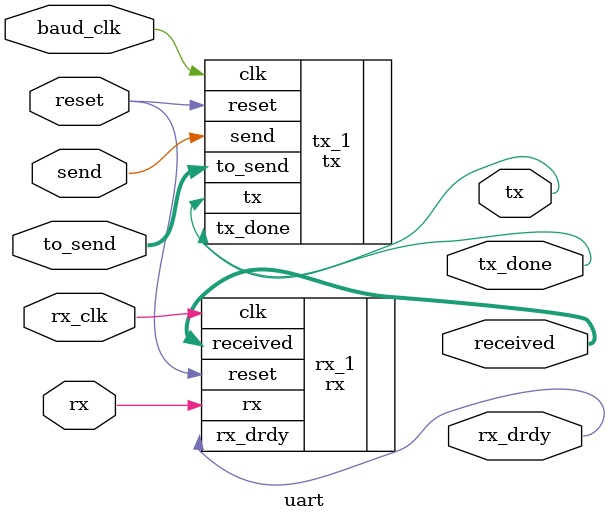
<source format=sv>
module uart(input  logic                baud_clk, rx_clk, reset, rx, send,
            input  logic unsigned [7:0] to_send,
            output logic                rx_drdy, tx, tx_done,
            output logic unsigned [7:0] received );

    // uart receiver 
    rx rx_1( 
        .clk            ( rx_clk ), // faster clock for data recovery
        .reset          ( reset        ),
        .rx             ( rx           ),
        .rx_drdy        ( rx_drdy      ),
        .received       ( received     ) );

    // uart transmitter
    tx tx_1( 
        .clk      ( baud_clk ), 
        .reset    ( reset    ),
        .send     ( send     ),
        .to_send  ( to_send  ),
        .tx       ( tx       ),
        .tx_done  ( tx_done  ) );

    endmodule

    //////////
    // instantiation template
    //////////
    // uart uart_inst( 
    //     .baud_clk(),
    //     .rx_clk(),
    //     .reset(),
    //     .rx(),
    //     .go(),
    //     .to_send()
    //     .tx(),
    //     .tx_done(),
    //     .received() );
    //





 
      
      













</source>
